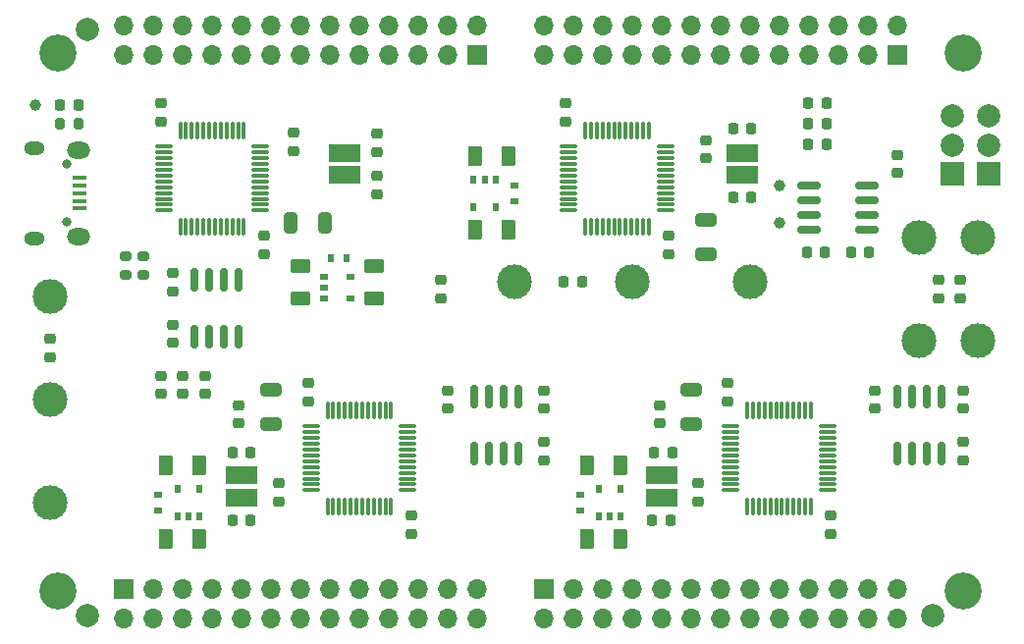
<source format=gts>
G04 #@! TF.GenerationSoftware,KiCad,Pcbnew,7.0.9*
G04 #@! TF.CreationDate,2024-12-23T13:01:37-05:00*
G04 #@! TF.ProjectId,ramn,72616d6e-2e6b-4696-9361-645f70636258,rev?*
G04 #@! TF.SameCoordinates,Original*
G04 #@! TF.FileFunction,Soldermask,Top*
G04 #@! TF.FilePolarity,Negative*
%FSLAX46Y46*%
G04 Gerber Fmt 4.6, Leading zero omitted, Abs format (unit mm)*
G04 Created by KiCad (PCBNEW 7.0.9) date 2024-12-23 13:01:37*
%MOMM*%
%LPD*%
G01*
G04 APERTURE LIST*
G04 Aperture macros list*
%AMRoundRect*
0 Rectangle with rounded corners*
0 $1 Rounding radius*
0 $2 $3 $4 $5 $6 $7 $8 $9 X,Y pos of 4 corners*
0 Add a 4 corners polygon primitive as box body*
4,1,4,$2,$3,$4,$5,$6,$7,$8,$9,$2,$3,0*
0 Add four circle primitives for the rounded corners*
1,1,$1+$1,$2,$3*
1,1,$1+$1,$4,$5*
1,1,$1+$1,$6,$7*
1,1,$1+$1,$8,$9*
0 Add four rect primitives between the rounded corners*
20,1,$1+$1,$2,$3,$4,$5,0*
20,1,$1+$1,$4,$5,$6,$7,0*
20,1,$1+$1,$6,$7,$8,$9,0*
20,1,$1+$1,$8,$9,$2,$3,0*%
G04 Aperture macros list end*
%ADD10RoundRect,0.200000X-0.200000X-0.275000X0.200000X-0.275000X0.200000X0.275000X-0.200000X0.275000X0*%
%ADD11RoundRect,0.225000X-0.225000X-0.250000X0.225000X-0.250000X0.225000X0.250000X-0.225000X0.250000X0*%
%ADD12R,0.700000X0.600000*%
%ADD13R,0.600000X0.700000*%
%ADD14RoundRect,0.249999X-0.650001X0.325001X-0.650001X-0.325001X0.650001X-0.325001X0.650001X0.325001X0*%
%ADD15RoundRect,0.249999X0.650001X-0.325001X0.650001X0.325001X-0.650001X0.325001X-0.650001X-0.325001X0*%
%ADD16RoundRect,0.249999X-0.325001X-0.650001X0.325001X-0.650001X0.325001X0.650001X-0.325001X0.650001X0*%
%ADD17C,2.000000*%
%ADD18RoundRect,0.200000X-0.275000X0.200000X-0.275000X-0.200000X0.275000X-0.200000X0.275000X0.200000X0*%
%ADD19RoundRect,0.200000X0.275000X-0.200000X0.275000X0.200000X-0.275000X0.200000X-0.275000X-0.200000X0*%
%ADD20R,2.000000X2.000000*%
%ADD21RoundRect,0.218750X-0.256250X0.218750X-0.256250X-0.218750X0.256250X-0.218750X0.256250X0.218750X0*%
%ADD22RoundRect,0.218750X0.256250X-0.218750X0.256250X0.218750X-0.256250X0.218750X-0.256250X-0.218750X0*%
%ADD23RoundRect,0.075000X-0.662500X-0.075000X0.662500X-0.075000X0.662500X0.075000X-0.662500X0.075000X0*%
%ADD24RoundRect,0.075000X-0.075000X-0.662500X0.075000X-0.662500X0.075000X0.662500X-0.075000X0.662500X0*%
%ADD25C,3.000000*%
%ADD26R,1.700000X1.700000*%
%ADD27O,1.700000X1.700000*%
%ADD28C,3.200000*%
%ADD29R,2.700000X1.500000*%
%ADD30C,1.000000*%
%ADD31RoundRect,0.150000X-0.150000X0.825000X-0.150000X-0.825000X0.150000X-0.825000X0.150000X0.825000X0*%
%ADD32RoundRect,0.075000X0.075000X0.662500X-0.075000X0.662500X-0.075000X-0.662500X0.075000X-0.662500X0*%
%ADD33RoundRect,0.075000X0.662500X0.075000X-0.662500X0.075000X-0.662500X-0.075000X0.662500X-0.075000X0*%
%ADD34RoundRect,0.218750X0.218750X0.256250X-0.218750X0.256250X-0.218750X-0.256250X0.218750X-0.256250X0*%
%ADD35R,0.510000X0.700000*%
%ADD36RoundRect,0.150000X-0.825000X-0.150000X0.825000X-0.150000X0.825000X0.150000X-0.825000X0.150000X0*%
%ADD37RoundRect,0.250000X0.375000X0.625000X-0.375000X0.625000X-0.375000X-0.625000X0.375000X-0.625000X0*%
%ADD38RoundRect,0.218750X-0.218750X-0.256250X0.218750X-0.256250X0.218750X0.256250X-0.218750X0.256250X0*%
%ADD39RoundRect,0.150000X0.150000X-0.825000X0.150000X0.825000X-0.150000X0.825000X-0.150000X-0.825000X0*%
%ADD40RoundRect,0.250000X-0.375000X-0.625000X0.375000X-0.625000X0.375000X0.625000X-0.375000X0.625000X0*%
%ADD41R,0.700000X0.510000*%
%ADD42RoundRect,0.250000X-0.625000X0.375000X-0.625000X-0.375000X0.625000X-0.375000X0.625000X0.375000X0*%
%ADD43O,0.800000X0.800000*%
%ADD44O,1.800000X1.150000*%
%ADD45O,2.000000X1.450000*%
%ADD46R,1.300000X0.450000*%
G04 APERTURE END LIST*
D10*
G04 #@! TO.C,R17*
X46291000Y-53086000D03*
X44641000Y-53086000D03*
G04 #@! TD*
D11*
G04 #@! TO.C,C43*
X46241000Y-51435000D03*
X44691000Y-51435000D03*
G04 #@! TD*
D12*
G04 #@! TO.C,D4*
X83820000Y-58355000D03*
X83820000Y-59755000D03*
G04 #@! TD*
G04 #@! TO.C,D3*
X89535000Y-86425000D03*
X89535000Y-85025000D03*
G04 #@! TD*
G04 #@! TO.C,D2*
X53086000Y-86425000D03*
X53086000Y-85025000D03*
G04 #@! TD*
D13*
G04 #@! TO.C,D1*
X68007000Y-64643000D03*
X69407000Y-64643000D03*
G04 #@! TD*
D14*
G04 #@! TO.C,C37*
X100330000Y-64340000D03*
X100330000Y-61390000D03*
G04 #@! TD*
D15*
G04 #@! TO.C,C27*
X99060000Y-75995000D03*
X99060000Y-78945000D03*
G04 #@! TD*
G04 #@! TO.C,C17*
X62865000Y-75995000D03*
X62865000Y-78945000D03*
G04 #@! TD*
D16*
G04 #@! TO.C,C7*
X67515000Y-61595000D03*
X64565000Y-61595000D03*
G04 #@! TD*
D17*
G04 #@! TO.C,FID3*
X46990000Y-44958000D03*
G04 #@! TD*
G04 #@! TO.C,FID2*
X119888000Y-95504000D03*
G04 #@! TD*
G04 #@! TO.C,FID1*
X46990000Y-95504000D03*
G04 #@! TD*
D18*
G04 #@! TO.C,R8*
X50292000Y-64453000D03*
X50292000Y-66103000D03*
G04 #@! TD*
D19*
G04 #@! TO.C,R9*
X51816000Y-66103000D03*
X51816000Y-64453000D03*
G04 #@! TD*
D17*
G04 #@! TO.C,J2*
X121614000Y-52404000D03*
X124714000Y-52404000D03*
X121614000Y-54904000D03*
X124714000Y-54904000D03*
D20*
X121614000Y-57404000D03*
X124714000Y-57404000D03*
G04 #@! TD*
D21*
G04 #@! TO.C,R15*
X77470000Y-68097500D03*
X77470000Y-66522500D03*
G04 #@! TD*
D22*
G04 #@! TO.C,R13*
X96393000Y-77317500D03*
X96393000Y-78892500D03*
G04 #@! TD*
G04 #@! TO.C,R11*
X60071000Y-78892500D03*
X60071000Y-77317500D03*
G04 #@! TD*
D21*
G04 #@! TO.C,C19*
X74930000Y-88417500D03*
X74930000Y-86842500D03*
G04 #@! TD*
D23*
G04 #@! TO.C,U5*
X66322500Y-79165000D03*
X66322500Y-79665000D03*
X66322500Y-80165000D03*
X66322500Y-80665000D03*
X66322500Y-81165000D03*
X66322500Y-81665000D03*
X66322500Y-82165000D03*
X66322500Y-82665000D03*
X66322500Y-83165000D03*
X66322500Y-83665000D03*
X66322500Y-84165000D03*
X66322500Y-84665000D03*
D24*
X67735000Y-86077500D03*
X68235000Y-86077500D03*
X68735000Y-86077500D03*
X69235000Y-86077500D03*
X69735000Y-86077500D03*
X70235000Y-86077500D03*
X70735000Y-86077500D03*
X71235000Y-86077500D03*
X71735000Y-86077500D03*
X72235000Y-86077500D03*
X72735000Y-86077500D03*
X73235000Y-86077500D03*
D23*
X74647500Y-84665000D03*
X74647500Y-84165000D03*
X74647500Y-83665000D03*
X74647500Y-83165000D03*
X74647500Y-82665000D03*
X74647500Y-82165000D03*
X74647500Y-81665000D03*
X74647500Y-81165000D03*
X74647500Y-80665000D03*
X74647500Y-80165000D03*
X74647500Y-79665000D03*
X74647500Y-79165000D03*
D24*
X73235000Y-77752500D03*
X72735000Y-77752500D03*
X72235000Y-77752500D03*
X71735000Y-77752500D03*
X71235000Y-77752500D03*
X70735000Y-77752500D03*
X70235000Y-77752500D03*
X69735000Y-77752500D03*
X69235000Y-77752500D03*
X68735000Y-77752500D03*
X68235000Y-77752500D03*
X67735000Y-77752500D03*
G04 #@! TD*
D25*
G04 #@! TO.C,TP1*
X43815000Y-85725000D03*
G04 #@! TD*
D26*
G04 #@! TO.C,J5*
X86360000Y-93218000D03*
D27*
X86360000Y-95758000D03*
X88900000Y-93218000D03*
X88900000Y-95758000D03*
X91440000Y-93218000D03*
X91440000Y-95758000D03*
X93980000Y-93218000D03*
X93980000Y-95758000D03*
X96520000Y-93218000D03*
X96520000Y-95758000D03*
X99060000Y-93218000D03*
X99060000Y-95758000D03*
X101600000Y-93218000D03*
X101600000Y-95758000D03*
X104140000Y-93218000D03*
X104140000Y-95758000D03*
X106680000Y-93218000D03*
X106680000Y-95758000D03*
X109220000Y-93218000D03*
X109220000Y-95758000D03*
X111760000Y-93218000D03*
X111760000Y-95758000D03*
X114300000Y-93218000D03*
X114300000Y-95758000D03*
X116840000Y-93218000D03*
X116840000Y-95758000D03*
G04 #@! TD*
D26*
G04 #@! TO.C,J4*
X50165000Y-93218000D03*
D27*
X50165000Y-95758000D03*
X52705000Y-93218000D03*
X52705000Y-95758000D03*
X55245000Y-93218000D03*
X55245000Y-95758000D03*
X57785000Y-93218000D03*
X57785000Y-95758000D03*
X60325000Y-93218000D03*
X60325000Y-95758000D03*
X62865000Y-93218000D03*
X62865000Y-95758000D03*
X65405000Y-93218000D03*
X65405000Y-95758000D03*
X67945000Y-93218000D03*
X67945000Y-95758000D03*
X70485000Y-93218000D03*
X70485000Y-95758000D03*
X73025000Y-93218000D03*
X73025000Y-95758000D03*
X75565000Y-93218000D03*
X75565000Y-95758000D03*
X78105000Y-93218000D03*
X78105000Y-95758000D03*
X80645000Y-93218000D03*
X80645000Y-95758000D03*
G04 #@! TD*
D26*
G04 #@! TO.C,J6*
X116840000Y-47117000D03*
D27*
X116840000Y-44577000D03*
X114300000Y-47117000D03*
X114300000Y-44577000D03*
X111760000Y-47117000D03*
X111760000Y-44577000D03*
X109220000Y-47117000D03*
X109220000Y-44577000D03*
X106680000Y-47117000D03*
X106680000Y-44577000D03*
X104140000Y-47117000D03*
X104140000Y-44577000D03*
X101600000Y-47117000D03*
X101600000Y-44577000D03*
X99060000Y-47117000D03*
X99060000Y-44577000D03*
X96520000Y-47117000D03*
X96520000Y-44577000D03*
X93980000Y-47117000D03*
X93980000Y-44577000D03*
X91440000Y-47117000D03*
X91440000Y-44577000D03*
X88900000Y-47117000D03*
X88900000Y-44577000D03*
X86360000Y-47117000D03*
X86360000Y-44577000D03*
G04 #@! TD*
D28*
G04 #@! TO.C,H4*
X122555000Y-46990000D03*
G04 #@! TD*
G04 #@! TO.C,H2*
X44450000Y-93345000D03*
G04 #@! TD*
D27*
G04 #@! TO.C,J3*
X50165000Y-44577000D03*
X50165000Y-47117000D03*
X52705000Y-44577000D03*
X52705000Y-47117000D03*
X55245000Y-44577000D03*
X55245000Y-47117000D03*
X57785000Y-44577000D03*
X57785000Y-47117000D03*
X60325000Y-44577000D03*
X60325000Y-47117000D03*
X62865000Y-44577000D03*
X62865000Y-47117000D03*
X65405000Y-44577000D03*
X65405000Y-47117000D03*
X67945000Y-44577000D03*
X67945000Y-47117000D03*
X70485000Y-44577000D03*
X70485000Y-47117000D03*
X73025000Y-44577000D03*
X73025000Y-47117000D03*
X75565000Y-44577000D03*
X75565000Y-47117000D03*
X78105000Y-44577000D03*
X78105000Y-47117000D03*
X80645000Y-44577000D03*
D26*
X80645000Y-47117000D03*
G04 #@! TD*
D29*
G04 #@! TO.C,Y4*
X103505000Y-57465000D03*
X103505000Y-55565000D03*
G04 #@! TD*
G04 #@! TO.C,Y3*
X96520000Y-83378000D03*
X96520000Y-85278000D03*
G04 #@! TD*
G04 #@! TO.C,Y2*
X60325000Y-85278000D03*
X60325000Y-83378000D03*
G04 #@! TD*
G04 #@! TO.C,Y1*
X69215000Y-55565000D03*
X69215000Y-57465000D03*
G04 #@! TD*
D30*
G04 #@! TO.C,RX*
X106680000Y-61595000D03*
G04 #@! TD*
G04 #@! TO.C,TX*
X106680000Y-58420000D03*
G04 #@! TD*
D24*
G04 #@! TO.C,U8*
X103930000Y-77752500D03*
X104430000Y-77752500D03*
X104930000Y-77752500D03*
X105430000Y-77752500D03*
X105930000Y-77752500D03*
X106430000Y-77752500D03*
X106930000Y-77752500D03*
X107430000Y-77752500D03*
X107930000Y-77752500D03*
X108430000Y-77752500D03*
X108930000Y-77752500D03*
X109430000Y-77752500D03*
D23*
X110842500Y-79165000D03*
X110842500Y-79665000D03*
X110842500Y-80165000D03*
X110842500Y-80665000D03*
X110842500Y-81165000D03*
X110842500Y-81665000D03*
X110842500Y-82165000D03*
X110842500Y-82665000D03*
X110842500Y-83165000D03*
X110842500Y-83665000D03*
X110842500Y-84165000D03*
X110842500Y-84665000D03*
D24*
X109430000Y-86077500D03*
X108930000Y-86077500D03*
X108430000Y-86077500D03*
X107930000Y-86077500D03*
X107430000Y-86077500D03*
X106930000Y-86077500D03*
X106430000Y-86077500D03*
X105930000Y-86077500D03*
X105430000Y-86077500D03*
X104930000Y-86077500D03*
X104430000Y-86077500D03*
X103930000Y-86077500D03*
D23*
X102517500Y-84665000D03*
X102517500Y-84165000D03*
X102517500Y-83665000D03*
X102517500Y-83165000D03*
X102517500Y-82665000D03*
X102517500Y-82165000D03*
X102517500Y-81665000D03*
X102517500Y-81165000D03*
X102517500Y-80665000D03*
X102517500Y-80165000D03*
X102517500Y-79665000D03*
X102517500Y-79165000D03*
G04 #@! TD*
D31*
G04 #@! TO.C,U1*
X60071000Y-66486000D03*
X58801000Y-66486000D03*
X57531000Y-66486000D03*
X56261000Y-66486000D03*
X56261000Y-71436000D03*
X57531000Y-71436000D03*
X58801000Y-71436000D03*
X60071000Y-71436000D03*
G04 #@! TD*
D32*
G04 #@! TO.C,U2*
X60535000Y-61947500D03*
X60035000Y-61947500D03*
X59535000Y-61947500D03*
X59035000Y-61947500D03*
X58535000Y-61947500D03*
X58035000Y-61947500D03*
X57535000Y-61947500D03*
X57035000Y-61947500D03*
X56535000Y-61947500D03*
X56035000Y-61947500D03*
X55535000Y-61947500D03*
X55035000Y-61947500D03*
D33*
X53622500Y-60535000D03*
X53622500Y-60035000D03*
X53622500Y-59535000D03*
X53622500Y-59035000D03*
X53622500Y-58535000D03*
X53622500Y-58035000D03*
X53622500Y-57535000D03*
X53622500Y-57035000D03*
X53622500Y-56535000D03*
X53622500Y-56035000D03*
X53622500Y-55535000D03*
X53622500Y-55035000D03*
D32*
X55035000Y-53622500D03*
X55535000Y-53622500D03*
X56035000Y-53622500D03*
X56535000Y-53622500D03*
X57035000Y-53622500D03*
X57535000Y-53622500D03*
X58035000Y-53622500D03*
X58535000Y-53622500D03*
X59035000Y-53622500D03*
X59535000Y-53622500D03*
X60035000Y-53622500D03*
X60535000Y-53622500D03*
D33*
X61947500Y-55035000D03*
X61947500Y-55535000D03*
X61947500Y-56035000D03*
X61947500Y-56535000D03*
X61947500Y-57035000D03*
X61947500Y-57535000D03*
X61947500Y-58035000D03*
X61947500Y-58535000D03*
X61947500Y-59035000D03*
X61947500Y-59535000D03*
X61947500Y-60035000D03*
X61947500Y-60535000D03*
G04 #@! TD*
D25*
G04 #@! TO.C,TP10*
X104140000Y-66675000D03*
G04 #@! TD*
G04 #@! TO.C,TP7*
X123825000Y-62865000D03*
G04 #@! TD*
G04 #@! TO.C,TP6*
X118745000Y-62865000D03*
G04 #@! TD*
G04 #@! TO.C,TP5*
X123825000Y-71755000D03*
G04 #@! TD*
G04 #@! TO.C,TP4*
X118745000Y-71755000D03*
G04 #@! TD*
G04 #@! TO.C,TP9*
X93980000Y-66675000D03*
G04 #@! TD*
G04 #@! TO.C,TP8*
X83820000Y-66675000D03*
G04 #@! TD*
G04 #@! TO.C,TP3*
X43815000Y-76835000D03*
G04 #@! TD*
G04 #@! TO.C,TP2*
X43815000Y-67945000D03*
G04 #@! TD*
D34*
G04 #@! TO.C,R16*
X88112500Y-66675000D03*
X89687500Y-66675000D03*
G04 #@! TD*
D35*
G04 #@! TO.C,U12*
X82230000Y-60215000D03*
X80330000Y-60215000D03*
X80330000Y-57895000D03*
X81280000Y-57895000D03*
X82230000Y-57895000D03*
G04 #@! TD*
D32*
G04 #@! TO.C,U11*
X95460000Y-61947500D03*
X94960000Y-61947500D03*
X94460000Y-61947500D03*
X93960000Y-61947500D03*
X93460000Y-61947500D03*
X92960000Y-61947500D03*
X92460000Y-61947500D03*
X91960000Y-61947500D03*
X91460000Y-61947500D03*
X90960000Y-61947500D03*
X90460000Y-61947500D03*
X89960000Y-61947500D03*
D33*
X88547500Y-60535000D03*
X88547500Y-60035000D03*
X88547500Y-59535000D03*
X88547500Y-59035000D03*
X88547500Y-58535000D03*
X88547500Y-58035000D03*
X88547500Y-57535000D03*
X88547500Y-57035000D03*
X88547500Y-56535000D03*
X88547500Y-56035000D03*
X88547500Y-55535000D03*
X88547500Y-55035000D03*
D32*
X89960000Y-53622500D03*
X90460000Y-53622500D03*
X90960000Y-53622500D03*
X91460000Y-53622500D03*
X91960000Y-53622500D03*
X92460000Y-53622500D03*
X92960000Y-53622500D03*
X93460000Y-53622500D03*
X93960000Y-53622500D03*
X94460000Y-53622500D03*
X94960000Y-53622500D03*
X95460000Y-53622500D03*
D33*
X96872500Y-55035000D03*
X96872500Y-55535000D03*
X96872500Y-56035000D03*
X96872500Y-56535000D03*
X96872500Y-57035000D03*
X96872500Y-57535000D03*
X96872500Y-58035000D03*
X96872500Y-58535000D03*
X96872500Y-59035000D03*
X96872500Y-59535000D03*
X96872500Y-60035000D03*
X96872500Y-60535000D03*
G04 #@! TD*
D36*
G04 #@! TO.C,U10*
X114235000Y-58420000D03*
X114235000Y-59690000D03*
X114235000Y-60960000D03*
X114235000Y-62230000D03*
X109285000Y-62230000D03*
X109285000Y-60960000D03*
X109285000Y-59690000D03*
X109285000Y-58420000D03*
G04 #@! TD*
D22*
G04 #@! TO.C,R14*
X116840000Y-55727500D03*
X116840000Y-57302500D03*
G04 #@! TD*
D37*
G04 #@! TO.C,C42*
X80515000Y-62230000D03*
X83315000Y-62230000D03*
G04 #@! TD*
G04 #@! TO.C,C41*
X83315000Y-55880000D03*
X80515000Y-55880000D03*
G04 #@! TD*
D21*
G04 #@! TO.C,C40*
X97155000Y-64287500D03*
X97155000Y-62712500D03*
G04 #@! TD*
D22*
G04 #@! TO.C,C39*
X88265000Y-51282500D03*
X88265000Y-52857500D03*
G04 #@! TD*
G04 #@! TO.C,C38*
X100330000Y-54457500D03*
X100330000Y-56032500D03*
G04 #@! TD*
D38*
G04 #@! TO.C,C36*
X104292500Y-53467000D03*
X102717500Y-53467000D03*
G04 #@! TD*
G04 #@! TO.C,C35*
X104292500Y-59436000D03*
X102717500Y-59436000D03*
G04 #@! TD*
D34*
G04 #@! TO.C,C34*
X109067500Y-64135000D03*
X110642500Y-64135000D03*
G04 #@! TD*
G04 #@! TO.C,C33*
X112877500Y-64135000D03*
X114452500Y-64135000D03*
G04 #@! TD*
D35*
G04 #@! TO.C,U9*
X91125000Y-84565000D03*
X93025000Y-84565000D03*
X93025000Y-86885000D03*
X92075000Y-86885000D03*
X91125000Y-86885000D03*
G04 #@! TD*
D39*
G04 #@! TO.C,U7*
X116840000Y-76585000D03*
X118110000Y-76585000D03*
X119380000Y-76585000D03*
X120650000Y-76585000D03*
X120650000Y-81535000D03*
X119380000Y-81535000D03*
X118110000Y-81535000D03*
X116840000Y-81535000D03*
G04 #@! TD*
D21*
G04 #@! TO.C,R12*
X114935000Y-77622500D03*
X114935000Y-76047500D03*
G04 #@! TD*
D40*
G04 #@! TO.C,C32*
X92967000Y-82550000D03*
X90167000Y-82550000D03*
G04 #@! TD*
G04 #@! TO.C,C31*
X92967000Y-88900000D03*
X90167000Y-88900000D03*
G04 #@! TD*
D22*
G04 #@! TO.C,C30*
X102235000Y-75412500D03*
X102235000Y-76987500D03*
G04 #@! TD*
D21*
G04 #@! TO.C,C29*
X111125000Y-88417500D03*
X111125000Y-86842500D03*
G04 #@! TD*
G04 #@! TO.C,C28*
X99695000Y-85623500D03*
X99695000Y-84048500D03*
G04 #@! TD*
D34*
G04 #@! TO.C,C26*
X95732500Y-87249000D03*
X97307500Y-87249000D03*
G04 #@! TD*
G04 #@! TO.C,C25*
X95885000Y-81407000D03*
X97460000Y-81407000D03*
G04 #@! TD*
D21*
G04 #@! TO.C,C24*
X122555000Y-80492500D03*
X122555000Y-82067500D03*
G04 #@! TD*
D22*
G04 #@! TO.C,C23*
X122555000Y-76047500D03*
X122555000Y-77622500D03*
G04 #@! TD*
D21*
G04 #@! TO.C,R5*
X122301000Y-66522500D03*
X122301000Y-68097500D03*
G04 #@! TD*
G04 #@! TO.C,R4*
X120396000Y-66522500D03*
X120396000Y-68097500D03*
G04 #@! TD*
D35*
G04 #@! TO.C,U6*
X54803000Y-84565000D03*
X56703000Y-84565000D03*
X56703000Y-86885000D03*
X55753000Y-86885000D03*
X54803000Y-86885000D03*
G04 #@! TD*
D39*
G04 #@! TO.C,U4*
X80405000Y-76585000D03*
X81675000Y-76585000D03*
X82945000Y-76585000D03*
X84215000Y-76585000D03*
X84215000Y-81535000D03*
X82945000Y-81535000D03*
X81675000Y-81535000D03*
X80405000Y-81535000D03*
G04 #@! TD*
D21*
G04 #@! TO.C,R10*
X78105000Y-77622500D03*
X78105000Y-76047500D03*
G04 #@! TD*
D40*
G04 #@! TO.C,C22*
X56645000Y-82550000D03*
X53845000Y-82550000D03*
G04 #@! TD*
G04 #@! TO.C,C21*
X56645000Y-88900000D03*
X53845000Y-88900000D03*
G04 #@! TD*
D22*
G04 #@! TO.C,C20*
X66040000Y-75412500D03*
X66040000Y-76987500D03*
G04 #@! TD*
D21*
G04 #@! TO.C,C18*
X63500000Y-84048500D03*
X63500000Y-85623500D03*
G04 #@! TD*
D34*
G04 #@! TO.C,C16*
X61112500Y-87249000D03*
X59537500Y-87249000D03*
G04 #@! TD*
G04 #@! TO.C,C15*
X61112500Y-81407000D03*
X59537500Y-81407000D03*
G04 #@! TD*
D21*
G04 #@! TO.C,C14*
X86360000Y-80492500D03*
X86360000Y-82067500D03*
G04 #@! TD*
G04 #@! TO.C,C13*
X86360000Y-76047500D03*
X86360000Y-77622500D03*
G04 #@! TD*
D41*
G04 #@! TO.C,U3*
X67420000Y-66233000D03*
X67420000Y-67183000D03*
X67420000Y-68133000D03*
X69740000Y-68133000D03*
X69740000Y-66233000D03*
G04 #@! TD*
D22*
G04 #@! TO.C,R1*
X43815000Y-73177500D03*
X43815000Y-71602500D03*
G04 #@! TD*
D42*
G04 #@! TO.C,C12*
X71755000Y-65292000D03*
X71755000Y-68092000D03*
G04 #@! TD*
G04 #@! TO.C,C11*
X65405000Y-65292000D03*
X65405000Y-68092000D03*
G04 #@! TD*
D30*
G04 #@! TO.C,BOOT0*
X42545000Y-51435000D03*
G04 #@! TD*
D21*
G04 #@! TO.C,C10*
X62230000Y-62712500D03*
X62230000Y-64287500D03*
G04 #@! TD*
D22*
G04 #@! TO.C,C9*
X53340000Y-52857500D03*
X53340000Y-51282500D03*
G04 #@! TD*
G04 #@! TO.C,C8*
X64770000Y-55397500D03*
X64770000Y-53822500D03*
G04 #@! TD*
G04 #@! TO.C,C4*
X54356000Y-67528500D03*
X54356000Y-65953500D03*
G04 #@! TD*
D21*
G04 #@! TO.C,C3*
X54356000Y-70393500D03*
X54356000Y-71968500D03*
G04 #@! TD*
D38*
G04 #@! TO.C,R7*
X109194500Y-51308000D03*
X110769500Y-51308000D03*
G04 #@! TD*
D34*
G04 #@! TO.C,R6*
X110769500Y-54864000D03*
X109194500Y-54864000D03*
G04 #@! TD*
D22*
G04 #@! TO.C,R3*
X53340000Y-76352500D03*
X53340000Y-74777500D03*
G04 #@! TD*
D21*
G04 #@! TO.C,R2*
X57150000Y-74777500D03*
X57150000Y-76352500D03*
G04 #@! TD*
D43*
G04 #@! TO.C,J1*
X45250000Y-61555000D03*
X45250000Y-56555000D03*
D44*
X42500000Y-62930000D03*
X42500000Y-55180000D03*
D45*
X46300000Y-62780000D03*
X46300000Y-55330000D03*
D46*
X46350000Y-60355000D03*
X46350000Y-59705000D03*
X46350000Y-59055000D03*
X46350000Y-58405000D03*
X46350000Y-57755000D03*
G04 #@! TD*
D28*
G04 #@! TO.C,H3*
X44450000Y-46990000D03*
G04 #@! TD*
G04 #@! TO.C,H1*
X122555000Y-93345000D03*
G04 #@! TD*
D21*
G04 #@! TO.C,C6*
X72009000Y-53907500D03*
X72009000Y-55482500D03*
G04 #@! TD*
D22*
G04 #@! TO.C,C5*
X72009000Y-59122500D03*
X72009000Y-57547500D03*
G04 #@! TD*
D34*
G04 #@! TO.C,C2*
X109194500Y-53086000D03*
X110769500Y-53086000D03*
G04 #@! TD*
D22*
G04 #@! TO.C,C1*
X55245000Y-76352500D03*
X55245000Y-74777500D03*
G04 #@! TD*
M02*

</source>
